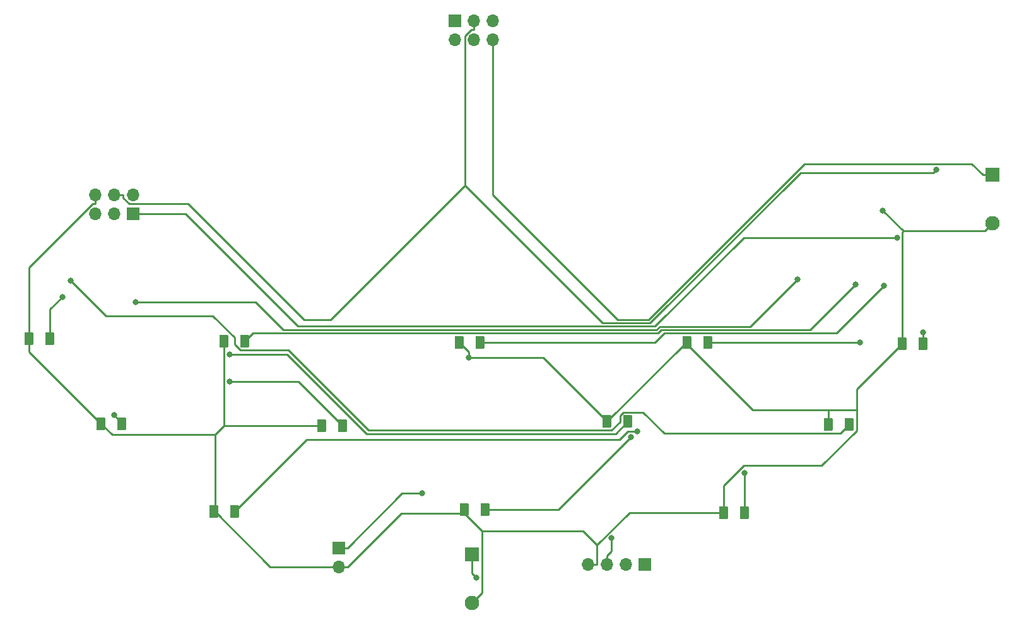
<source format=gbr>
%TF.GenerationSoftware,KiCad,Pcbnew,7.99.0-1211-g2ac3f4cc9e*%
%TF.CreationDate,Date%
%TF.ProjectId,adidas,61646964-6173-42e6-9b69-6361645f7063,v0.3*%
%TF.SameCoordinates,Original*%
%TF.FileFunction,Copper,L1,Top*%
%TF.FilePolarity,Positive*%
%FSLAX46Y46*%
G04 Gerber Fmt 4.6, Leading zero omitted, Abs format (unit mm)*
G04 Created by KiCad*
%MOMM*%
%LPD*%
G01*
G04 APERTURE LIST*
G04 Aperture macros list*
%AMRoundRect*
0 Rectangle with rounded corners*
0 $1 Rounding radius*
0 $2 $3 $4 $5 $6 $7 $8 $9 X,Y pos of 4 corners*
0 Add a 4 corners polygon primitive as box body*
4,1,4,$2,$3,$4,$5,$6,$7,$8,$9,$2,$3,0*
0 Add four circle primitives for the rounded corners*
1,1,$1+$1,$2,$3*
1,1,$1+$1,$4,$5*
1,1,$1+$1,$6,$7*
1,1,$1+$1,$8,$9*
0 Add four rect primitives between the rounded corners*
20,1,$1+$1,$2,$3,$4,$5,0*
20,1,$1+$1,$4,$5,$6,$7,0*
20,1,$1+$1,$6,$7,$8,$9,0*
20,1,$1+$1,$8,$9,$2,$3,0*%
G04 Aperture macros list end*
%TA.AperFunction,SMDPad,CuDef*%
%ADD10RoundRect,0.250000X-0.375000X-0.625000X0.375000X-0.625000X0.375000X0.625000X-0.375000X0.625000X0*%
%TD*%
%TA.AperFunction,ComponentPad*%
%ADD11R,1.700000X1.700000*%
%TD*%
%TA.AperFunction,ComponentPad*%
%ADD12O,1.700000X1.700000*%
%TD*%
%TA.AperFunction,ComponentPad*%
%ADD13R,1.950000X1.950000*%
%TD*%
%TA.AperFunction,ComponentPad*%
%ADD14C,1.950000*%
%TD*%
%TA.AperFunction,ViaPad*%
%ADD15C,0.800000*%
%TD*%
%TA.AperFunction,Conductor*%
%ADD16C,0.250000*%
%TD*%
G04 APERTURE END LIST*
D10*
%TO.P,D2,1*%
%TO.N,GND*%
X163753800Y-128625600D03*
%TO.P,D2,2*%
%TO.N,Net-(D2-Pad2)*%
X166553800Y-128625600D03*
%TD*%
%TO.P,D5,1*%
%TO.N,GND*%
X144571500Y-117322600D03*
%TO.P,D5,2*%
%TO.N,Net-(D5-Pad2)*%
X147371500Y-117322600D03*
%TD*%
%TO.P,D12,1*%
%TO.N,GND*%
X222529400Y-106324400D03*
%TO.P,D12,2*%
%TO.N,Net-(D12-Pad2)*%
X225329400Y-106324400D03*
%TD*%
%TO.P,D4,1*%
%TO.N,GND*%
X115008400Y-117094000D03*
%TO.P,D4,2*%
%TO.N,Net-(D4-Pad2)*%
X117808400Y-117094000D03*
%TD*%
%TO.P,D6,1*%
%TO.N,GND*%
X182904700Y-116763800D03*
%TO.P,D6,2*%
%TO.N,Net-(D6-Pad2)*%
X185704700Y-116763800D03*
%TD*%
%TO.P,D10,1*%
%TO.N,GND*%
X163036600Y-106146600D03*
%TO.P,D10,2*%
%TO.N,Net-(D10-Pad2)*%
X165836600Y-106146600D03*
%TD*%
%TO.P,D8,1*%
%TO.N,GND*%
X105331000Y-105689400D03*
%TO.P,D8,2*%
%TO.N,Net-(D8-Pad2)*%
X108131000Y-105689400D03*
%TD*%
%TO.P,D9,1*%
%TO.N,GND*%
X131518400Y-105968800D03*
%TO.P,D9,2*%
%TO.N,Net-(D9-Pad2)*%
X134318400Y-105968800D03*
%TD*%
%TO.P,D11,1*%
%TO.N,GND*%
X193621200Y-106172000D03*
%TO.P,D11,2*%
%TO.N,Net-(D11-Pad2)*%
X196421200Y-106172000D03*
%TD*%
%TO.P,D3,1*%
%TO.N,GND*%
X198574200Y-128981200D03*
%TO.P,D3,2*%
%TO.N,Net-(D3-Pad2)*%
X201374200Y-128981200D03*
%TD*%
%TO.P,D7,1*%
%TO.N,GND*%
X212595200Y-117170200D03*
%TO.P,D7,2*%
%TO.N,Net-(D7-Pad2)*%
X215395200Y-117170200D03*
%TD*%
%TO.P,D1,1*%
%TO.N,GND*%
X130109800Y-128879600D03*
%TO.P,D1,2*%
%TO.N,Net-(D1-Pad2)*%
X132909800Y-128879600D03*
%TD*%
D11*
%TO.P,J2,1,Pin_1*%
%TO.N,VDD*%
X162483800Y-63017400D03*
D12*
%TO.P,J2,2,Pin_2*%
%TO.N,GND*%
X162483800Y-65557400D03*
%TO.P,J2,3,Pin_3*%
%TO.N,/7(SDA)*%
X165023800Y-63017400D03*
%TO.P,J2,4,Pin_4*%
%TO.N,/9(SCK)*%
X165023800Y-65557400D03*
%TO.P,J2,5,Pin_5*%
%TO.N,/12(SAO2)*%
X167563800Y-63017400D03*
%TO.P,J2,6,Pin_6*%
%TO.N,/13(SAO1)*%
X167563800Y-65557400D03*
%TD*%
D11*
%TO.P,J4,1,Pin_1*%
%TO.N,VDD*%
X146887800Y-133725600D03*
D12*
%TO.P,J4,2,Pin_2*%
%TO.N,GND*%
X146887800Y-136265600D03*
%TD*%
D13*
%TO.P,S2,1*%
%TO.N,/13(SAO1)*%
X234619800Y-83674100D03*
D14*
%TO.P,S2,2*%
%TO.N,GND*%
X234619800Y-90174100D03*
%TD*%
D13*
%TO.P,S1,1*%
%TO.N,/4(RST)*%
X164769800Y-134620000D03*
D14*
%TO.P,S1,2*%
%TO.N,GND*%
X164769800Y-141120000D03*
%TD*%
D11*
%TO.P,J1,1,Pin_1*%
%TO.N,/8(MOSI)*%
X119339600Y-88930400D03*
D12*
%TO.P,J1,2,Pin_2*%
%TO.N,VDD*%
X119339600Y-86390400D03*
%TO.P,J1,3,Pin_3*%
%TO.N,/9(SCK)*%
X116799600Y-88930400D03*
%TO.P,J1,4,Pin_4*%
%TO.N,/7(SDA)*%
X116799600Y-86390400D03*
%TO.P,J1,5,Pin_5*%
%TO.N,/4(RST)*%
X114259600Y-88930400D03*
%TO.P,J1,6,Pin_6*%
%TO.N,GND*%
X114259600Y-86390400D03*
%TD*%
D11*
%TO.P,J3,1,Pin_1*%
%TO.N,VDD*%
X187985400Y-135966200D03*
D12*
%TO.P,J3,2,Pin_2*%
%TO.N,/9(SCK)*%
X185445400Y-135966200D03*
%TO.P,J3,3,Pin_3*%
%TO.N,/12(SAO2)*%
X182905400Y-135966200D03*
%TO.P,J3,4,Pin_4*%
%TO.N,GND*%
X180365400Y-135966200D03*
%TD*%
D15*
%TO.N,GND*%
X219901600Y-88454800D03*
X164300000Y-108192100D03*
%TO.N,Net-(D1-Pad2)*%
X186961200Y-118091200D03*
%TO.N,Net-(D2-Pad2)*%
X186104200Y-118865400D03*
%TO.N,Net-(D3-Pad2)*%
X201374200Y-123728900D03*
%TO.N,Net-(D4-Pad2)*%
X116730100Y-115907500D03*
%TO.N,Net-(D5-Pad2)*%
X132247500Y-111397900D03*
%TO.N,Net-(D6-Pad2)*%
X132261700Y-107771100D03*
%TO.N,Net-(D7-Pad2)*%
X110948800Y-97842300D03*
%TO.N,Net-(D8-Pad2)*%
X109794900Y-100030000D03*
%TO.N,Net-(D9-Pad2)*%
X216208800Y-98393600D03*
%TO.N,Net-(D10-Pad2)*%
X220085000Y-98509200D03*
%TO.N,Net-(D11-Pad2)*%
X216830500Y-106172000D03*
%TO.N,Net-(D12-Pad2)*%
X225329400Y-104829800D03*
%TO.N,/8(MOSI)*%
X221795500Y-92101600D03*
%TO.N,VDD*%
X158066600Y-126401200D03*
%TO.N,/7(SDA)*%
X227059800Y-82938400D03*
%TO.N,/4(RST)*%
X165385700Y-137729500D03*
%TO.N,/12(SAO2)*%
X183485900Y-132427700D03*
%TO.N,/3(LED Mid Row)*%
X208447800Y-97663100D03*
X119616600Y-100751500D03*
%TD*%
D16*
%TO.N,GND*%
X166135800Y-131450800D02*
X163753800Y-129068800D01*
X130109800Y-128879600D02*
X130278700Y-128879600D01*
X216399000Y-115221600D02*
X216399000Y-112454800D01*
X130278700Y-128879600D02*
X137664700Y-136265600D01*
X130278700Y-118562300D02*
X131518400Y-117322600D01*
X216399000Y-115221600D02*
X216399000Y-117995600D01*
X164300000Y-107410000D02*
X164300000Y-108192100D01*
X155261300Y-129068800D02*
X163753800Y-129068800D01*
X233588500Y-91205400D02*
X222652200Y-91205400D01*
X222529400Y-91328200D02*
X222652200Y-91205400D01*
X216399000Y-115221600D02*
X212595200Y-115221600D01*
X137664700Y-136265600D02*
X146887800Y-136265600D01*
X131518400Y-105968800D02*
X131518400Y-117322600D01*
X181542100Y-133343900D02*
X179649000Y-131450800D01*
X105331000Y-107416600D02*
X115008400Y-117094000D01*
X222652200Y-91205400D02*
X219901600Y-88454800D01*
X185904800Y-128981200D02*
X181542100Y-133343900D01*
X130278700Y-118562300D02*
X116476700Y-118562300D01*
X146887800Y-136265600D02*
X148064500Y-136265600D01*
X163036600Y-106146600D02*
X164300000Y-107410000D01*
X234619800Y-90174100D02*
X233588500Y-91205400D01*
X166135800Y-139754000D02*
X164769800Y-141120000D01*
X202440400Y-115221600D02*
X193621200Y-106402400D01*
X212595200Y-115221600D02*
X202440400Y-115221600D01*
X180365400Y-135966200D02*
X181542100Y-135966200D01*
X166135800Y-131450800D02*
X166135800Y-139754000D01*
X216399000Y-112454800D02*
X222529400Y-106324400D01*
X212595200Y-115221600D02*
X212595200Y-117170200D01*
X216399000Y-117995600D02*
X211689500Y-122705100D01*
X130278700Y-128879600D02*
X130278700Y-118562300D01*
X105331000Y-105689400D02*
X105331000Y-107416600D01*
X179649000Y-131450800D02*
X166135800Y-131450800D01*
X164300000Y-108192100D02*
X174333000Y-108192100D01*
X116476700Y-118562300D02*
X115008400Y-117094000D01*
X193266100Y-106402400D02*
X182904700Y-116763800D01*
X114259600Y-86390400D02*
X114259600Y-87567100D01*
X174333000Y-108192100D02*
X182904700Y-116763800D01*
X211689500Y-122705100D02*
X201285500Y-122705100D01*
X198574200Y-125416400D02*
X198574200Y-128981200D01*
X222529400Y-106324400D02*
X222529400Y-91328200D01*
X163753800Y-129068800D02*
X163753800Y-128625600D01*
X105331000Y-96128000D02*
X105331000Y-105689400D01*
X201285500Y-122705100D02*
X198574200Y-125416400D01*
X113891900Y-87567100D02*
X105331000Y-96128000D01*
X193621200Y-106402400D02*
X193266100Y-106402400D01*
X148064500Y-136265600D02*
X155261300Y-129068800D01*
X193621200Y-106402400D02*
X193621200Y-106172000D01*
X181542100Y-133343900D02*
X181542100Y-135966200D01*
X198574200Y-128981200D02*
X185904800Y-128981200D01*
X131518400Y-117322600D02*
X144571500Y-117322600D01*
X114259600Y-87567100D02*
X113891900Y-87567100D01*
%TO.N,Net-(D1-Pad2)*%
X184588900Y-119216300D02*
X185714000Y-118091200D01*
X142573100Y-119216300D02*
X184588900Y-119216300D01*
X132909800Y-128879600D02*
X142573100Y-119216300D01*
X185714000Y-118091200D02*
X186961200Y-118091200D01*
%TO.N,Net-(D2-Pad2)*%
X176344000Y-128625600D02*
X166553800Y-128625600D01*
X186104200Y-118865400D02*
X176344000Y-128625600D01*
%TO.N,Net-(D3-Pad2)*%
X201374200Y-128981200D02*
X201374200Y-123728900D01*
%TO.N,Net-(D4-Pad2)*%
X117808400Y-116985800D02*
X117808400Y-117094000D01*
X116730100Y-115907500D02*
X117808400Y-116985800D01*
%TO.N,Net-(D5-Pad2)*%
X147371500Y-117322600D02*
X141446800Y-111397900D01*
X141446800Y-111397900D02*
X132247500Y-111397900D01*
%TO.N,Net-(D6-Pad2)*%
X184045200Y-118423300D02*
X150645300Y-118423300D01*
X150645300Y-118423300D02*
X139993100Y-107771100D01*
X185704700Y-116763800D02*
X184045200Y-118423300D01*
X139993100Y-107771100D02*
X132261700Y-107771100D01*
%TO.N,Net-(D7-Pad2)*%
X185097800Y-115535900D02*
X187705100Y-115535900D01*
X140140700Y-107192200D02*
X150916800Y-117968300D01*
X184689800Y-116795600D02*
X184689800Y-115943900D01*
X115676700Y-102570200D02*
X129988000Y-102570200D01*
X133720800Y-107192200D02*
X140140700Y-107192200D01*
X129988000Y-102570200D02*
X132918400Y-105500600D01*
X184689800Y-115943900D02*
X185097800Y-115535900D01*
X183517100Y-117968300D02*
X184689800Y-116795600D01*
X110948800Y-97842300D02*
X115676700Y-102570200D01*
X132918400Y-106389800D02*
X133720800Y-107192200D01*
X187705100Y-115535900D02*
X190563100Y-118393900D01*
X132918400Y-105500600D02*
X132918400Y-106389800D01*
X150916800Y-117968300D02*
X183517100Y-117968300D01*
X190563100Y-118393900D02*
X214171500Y-118393900D01*
X214171500Y-118393900D02*
X215395200Y-117170200D01*
%TO.N,Net-(D8-Pad2)*%
X109794900Y-100030000D02*
X108131000Y-101693900D01*
X108131000Y-101693900D02*
X108131000Y-105689400D01*
%TO.N,Net-(D9-Pad2)*%
X189699100Y-104912500D02*
X135374700Y-104912500D01*
X190150800Y-104460800D02*
X189699100Y-104912500D01*
X135374700Y-104912500D02*
X134318400Y-105968800D01*
X216208800Y-98393600D02*
X210141600Y-104460800D01*
X210141600Y-104460800D02*
X190150800Y-104460800D01*
%TO.N,Net-(D10-Pad2)*%
X213681700Y-104912500D02*
X190563100Y-104912500D01*
X189329000Y-106146600D02*
X165836600Y-106146600D01*
X220085000Y-98509200D02*
X213681700Y-104912500D01*
X190563100Y-104912500D02*
X189329000Y-106146600D01*
%TO.N,Net-(D11-Pad2)*%
X196421200Y-106172000D02*
X216830500Y-106172000D01*
%TO.N,Net-(D12-Pad2)*%
X225329400Y-104829800D02*
X225329400Y-106324400D01*
%TO.N,/8(MOSI)*%
X141362600Y-104000400D02*
X126292600Y-88930400D01*
X126292600Y-88930400D02*
X119339600Y-88930400D01*
X189333600Y-104000400D02*
X141362600Y-104000400D01*
X221795500Y-92101600D02*
X201232400Y-92101600D01*
X201232400Y-92101600D02*
X189333600Y-104000400D01*
%TO.N,VDD*%
X155388900Y-126401200D02*
X158066600Y-126401200D01*
X148064500Y-133725600D02*
X155388900Y-126401200D01*
X146887800Y-133725600D02*
X148064500Y-133725600D01*
%TO.N,/7(SDA)*%
X208856100Y-83358800D02*
X226639400Y-83358800D01*
X164656000Y-64194100D02*
X163847100Y-65003000D01*
X163847100Y-65003000D02*
X163847100Y-85073300D01*
X118785200Y-87567100D02*
X117976300Y-86758200D01*
X126679700Y-87567100D02*
X118785200Y-87567100D01*
X163847100Y-85073300D02*
X145813100Y-103107300D01*
X163847100Y-85073300D02*
X182322500Y-103548700D01*
X226639400Y-83358800D02*
X227059800Y-82938400D01*
X117976300Y-86758200D02*
X117976300Y-86390400D01*
X165023800Y-64194100D02*
X164656000Y-64194100D01*
X188666200Y-103548700D02*
X208856100Y-83358800D01*
X182322500Y-103548700D02*
X188666200Y-103548700D01*
X142219900Y-103107300D02*
X126679700Y-87567100D01*
X165023800Y-63017400D02*
X165023800Y-64194100D01*
X145813100Y-103107300D02*
X142219900Y-103107300D01*
X116799600Y-86390400D02*
X117976300Y-86390400D01*
%TO.N,/4(RST)*%
X164769800Y-135921700D02*
X164769800Y-137113600D01*
X164769800Y-137113600D02*
X165385700Y-137729500D01*
X164769800Y-134620000D02*
X164769800Y-135921700D01*
%TO.N,/12(SAO2)*%
X182905400Y-135966200D02*
X182905400Y-134789500D01*
X183485900Y-134209000D02*
X183485900Y-132427700D01*
X182905400Y-134789500D02*
X183485900Y-134209000D01*
%TO.N,/13(SAO1)*%
X184312400Y-103097000D02*
X167563800Y-86348400D01*
X209368800Y-82207300D02*
X188479100Y-103097000D01*
X234619800Y-83674100D02*
X233318100Y-83674100D01*
X233318100Y-83674100D02*
X231851300Y-82207300D01*
X167563800Y-86348400D02*
X167563800Y-65557400D01*
X188479100Y-103097000D02*
X184312400Y-103097000D01*
X231851300Y-82207300D02*
X209368800Y-82207300D01*
%TO.N,/3(LED Mid Row)*%
X135740100Y-100751500D02*
X119616600Y-100751500D01*
X208447800Y-97663100D02*
X202101800Y-104009100D01*
X189520700Y-104452100D02*
X139440700Y-104452100D01*
X202101800Y-104009100D02*
X189963700Y-104009100D01*
X189963700Y-104009100D02*
X189520700Y-104452100D01*
X139440700Y-104452100D02*
X135740100Y-100751500D01*
%TD*%
M02*

</source>
